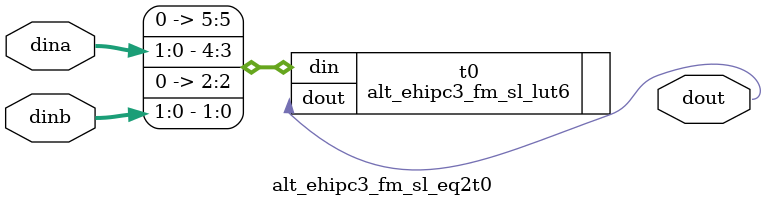
<source format=v>




`timescale 1ps/1ps


module alt_ehipc3_fm_sl_eq2t0 #(
    parameter SIM_EMULATE = 1'b0
) (
    input [1:0] dina,
    input [1:0] dinb,
    output dout
);

alt_ehipc3_fm_sl_lut6 t0 (.din({1'b0,dina[1:0],1'b0,dinb[1:0]}),.dout(dout));
defparam t0 .SIM_EMULATE = SIM_EMULATE;
defparam t0 .MASK = 64'h8040201008040201; // {a,b,c} == {d,e,f};

endmodule

</source>
